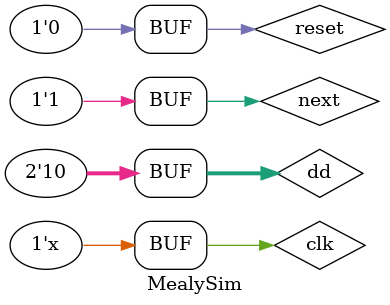
<source format=sv>
`timescale 1ns / 1ps

module MealySim();

logic clk,reset,next;
logic [1:0] dd;
logic [6:0] out;

MealyFSM mfsm(clk,reset,next,dd,out);


always
begin
clk = ~clk; #5;
end

initial
begin
clk = 1; #10;
reset = 1; #10;
reset = 0; #10;

next = 1; # 200;

dd = 2'b01; #10;
dd = 2'b01; #10;
dd = 2'b01; #10;

reset = 1; #10;
reset = 0; #10;

dd = 2'b10; #10;
dd = 2'b10; #10;
dd = 2'b10; #10;

reset = 1; #10;
reset = 0; #10;

dd = 2'b01; #10;
dd = 2'b01; #10;
dd = 2'b01; #10;

reset = 1; #10;
reset = 0; #10;

dd = 2'b10; #10;
dd = 2'b10; #10;
dd = 2'b10; #10;
end

endmodule

</source>
